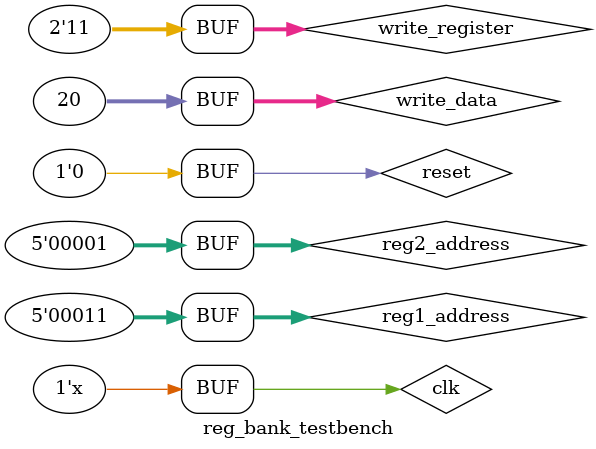
<source format=v>
`timescale 1ns / 1ps


module reg_bank_testbench;

	// Inputs
	reg clk;
	reg reset;
	reg [1:0] write_register;
	reg [4:0] reg1_address;
	reg [4:0] reg2_address;
	reg [31:0] write_data;

	// Outputs
	wire [31:0] reg_data1;
	wire [31:0] reg_data2;
	wire [31:0] RA_register;

	// Instantiate the Unit Under Test (UUT)
	Reg_Bank uut (
		.clk(clk), 
		.reset(reset), 
		.write_register(write_register), 
		.reg1_address(reg1_address), 
		.reg2_address(reg2_address), 
		.write_data(write_data), 
		.reg_data1(reg_data1), 
		.reg_data2(reg_data2), 
		.RA_register(RA_register)
	);
	always #2 clk = ~clk;
	initial begin
		// Initialize Inputs
		clk = 0;
		reset = 1;
		write_register = 0;
		reg1_address = 0;
		reg2_address = 0;
		write_data = 0;

		// Wait 100 ns for global reset to finish
		#100;       
		$monitor ("register 0 = %d, register 1 = %d, register 2 = %d, register 3 = %d, register 31 = %d", $signed(uut.r[0]), $signed(uut.r[1]), $signed(uut.r[2]), $signed(uut.r[3]), $signed(uut.r[31]));
		reset = 0;
		#100;
		
		// Add stimulus here
		write_data = 32'd10;
		write_register = 2'b00;
		reg1_address = 5'd1;
		reg2_address = 5'd2;
		#4;
		reg1_address = 5'd1;
		reg2_address = 5'd2;
		write_register = 2'b01;
		#4;
		reg1_address = 5'd2;
		reg2_address = 5'd1;
		write_data = 32'd8;
		#4;
		reg1_address = 5'd3;
		write_register = 2'b10;
		write_data = 32'd14;
		#4;
		write_register= 2'b11;
		write_data = 32'd20;
		reg2_address = 5'd1;

	end
      
endmodule


</source>
